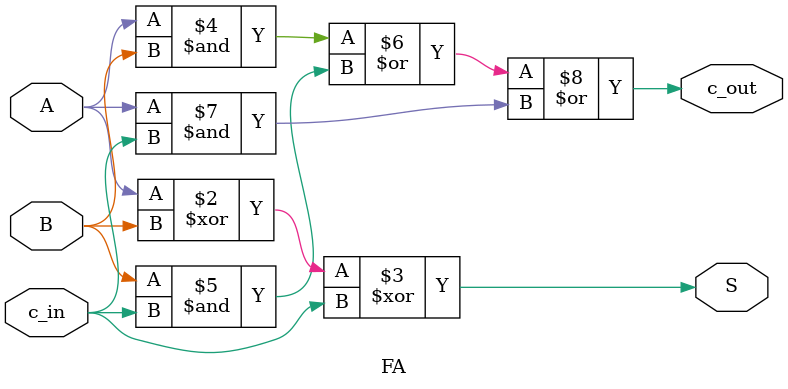
<source format=sv>
module FA (input A, B, c_in, output logic S, c_out);

	always_comb begin
		S = A ^ B ^ c_in;
		c_out = (A & B) | (B & c_in) | (A & c_in);
	end

endmodule
</source>
